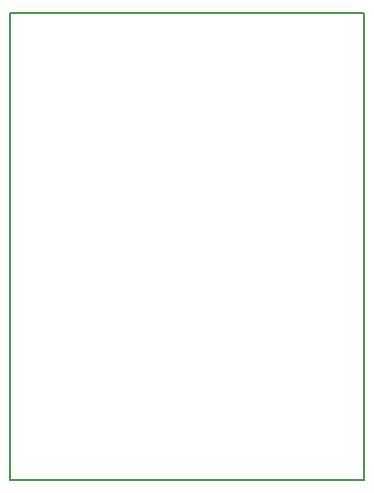
<source format=gbr>
%TF.GenerationSoftware,KiCad,Pcbnew,(6.0.2)*%
%TF.CreationDate,2022-04-19T13:44:58+01:00*%
%TF.ProjectId,1u-mult-panel,31752d6d-756c-4742-9d70-616e656c2e6b,rev?*%
%TF.SameCoordinates,Original*%
%TF.FileFunction,Profile,NP*%
%FSLAX46Y46*%
G04 Gerber Fmt 4.6, Leading zero omitted, Abs format (unit mm)*
G04 Created by KiCad (PCBNEW (6.0.2)) date 2022-04-19 13:44:58*
%MOMM*%
%LPD*%
G01*
G04 APERTURE LIST*
%TA.AperFunction,Profile*%
%ADD10C,0.150000*%
%TD*%
G04 APERTURE END LIST*
D10*
X-15000000Y19800000D02*
X15000000Y19800000D01*
X15000000Y19800000D02*
X15000000Y-19800000D01*
X15000000Y-19800000D02*
X-15000000Y-19800000D01*
X-15000000Y-19800000D02*
X-15000000Y19800000D01*
M02*

</source>
